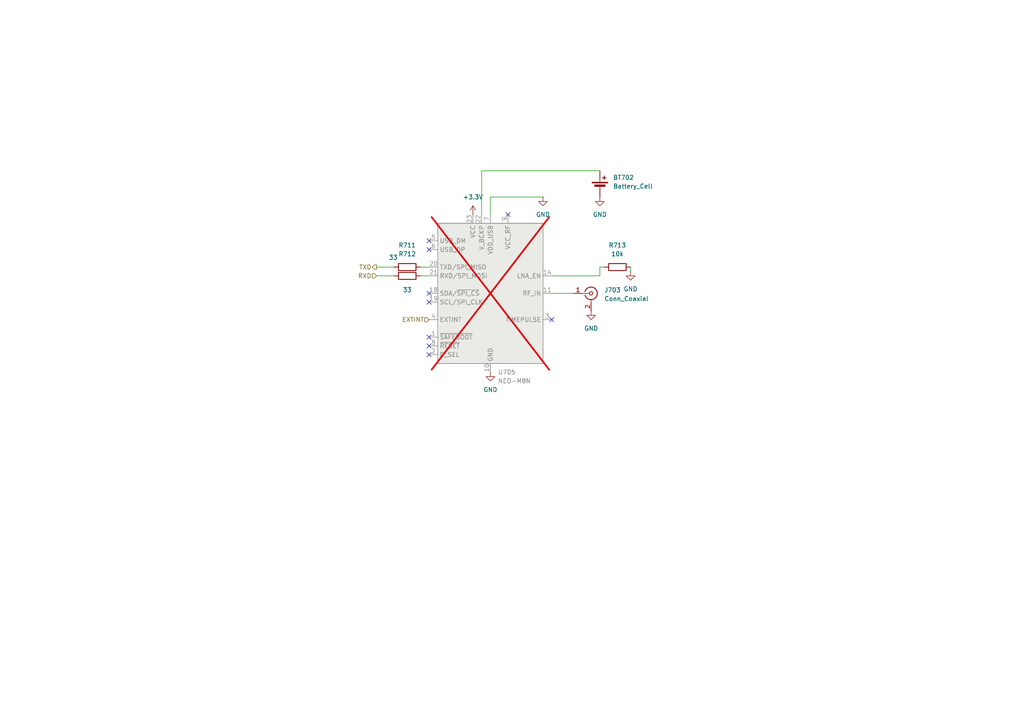
<source format=kicad_sch>
(kicad_sch (version 20250114) (generator "eeschema") (generator_version "9.0")
  (paper "A4")
  (lib_symbols
    (symbol "Connector:Conn_Coaxial" (pin_names (offset 1.016) (hide yes))
      (property "Reference" "J" (at 0.254 3.048 0))
      (property "Value" "Conn_Coaxial" (at 2.921 0 90))
      (symbol "Conn_Coaxial_0_1"
        (polyline (pts (xy -2.54 0) (xy -0.508 0)))
        (arc (start 1.778 0) (mid 0.222 -1.8079) (end -1.778 -0.508) (stroke (width 0.254)))
        (arc (start -1.778 0.508) (mid 0.2221 1.8084) (end 1.778 0) (stroke (width 0.254)))
        (circle (center 0 0) (radius 0.508) (stroke (width 0.2032)))
        (polyline (pts (xy 0 -2.54) (xy 0 -1.778)))
      )
      (symbol "Conn_Coaxial_1_1"
        (pin passive line (at -5.08 0 0) (length 2.54) (name "In") (number "1"))
        (pin passive line (at 0 -5.08 90) (length 2.54) (name "Ext") (number "2"))
      )
    )
    (symbol "Device:Battery_Cell" (pin_numbers (hide yes)) (pin_names (offset 0) (hide yes))
      (property "Reference" "BT" (at 2.54 2.54 0))
      (property "Value" "Battery_Cell" (at 2.54 0 0))
      (symbol "Battery_Cell_0_1"
        (rectangle (start -2.286 1.778) (end 2.286 1.524) (fill (type outline)))
        (rectangle (start -1.524 1.016) (end 1.524 0.508) (fill (type outline)))
        (polyline (pts (xy 0 1.778) (xy 0 2.54)))
        (polyline (pts (xy 0 0.762) (xy 0 0)))
        (polyline (pts (xy 0.762 3.048) (xy 1.778 3.048)) (stroke (width 0.254)))
        (polyline (pts (xy 1.27 3.556) (xy 1.27 2.54)) (stroke (width 0.254)))
      )
      (symbol "Battery_Cell_1_1"
        (pin passive line (at 0 5.08 270) (length 2.54) (name "+") (number "1"))
        (pin passive line (at 0 -2.54 90) (length 2.54) (name "-") (number "2"))
      )
    )
    (symbol "Device:R" (pin_numbers (hide yes)) (pin_names (offset 0))
      (property "Reference" "R" (at 2.032 0 90))
      (property "Value" "R" (at 0 0 90))
      (symbol "R_0_1"
        (rectangle (start -1.016 -2.54) (end 1.016 2.54) (stroke (width 0.254)))
      )
      (symbol "R_1_1"
        (pin passive line (at 0 3.81 270) (length 1.27) (name "~") (number "1"))
        (pin passive line (at 0 -3.81 90) (length 1.27) (name "~") (number "2"))
      )
    )
    (symbol "RF_GPS:NEO-M8N"
      (property "Reference" "U" (at -13.97 21.59 0))
      (property "Value" "NEO-M8N" (at 11.43 21.59 0))
      (symbol "NEO-M8N_0_1"
        (rectangle (start -15.24 20.32) (end 15.24 -20.32) (stroke (width 0.254)) (fill (type background)))
      )
      (symbol "NEO-M8N_1_1"
        (pin bidirectional line (at -17.78 15.24 0) (length 2.54) (name "USB_DM") (number "5"))
        (pin bidirectional line (at -17.78 12.7 0) (length 2.54) (name "USB_DP") (number "6"))
        (pin output line (at -17.78 7.62 0) (length 2.54) (name "TXD/SPI_MISO") (number "20"))
        (pin input line (at -17.78 5.08 0) (length 2.54) (name "RXD/SPI_MOSI") (number "21"))
        (pin bidirectional line (at -17.78 0 0) (length 2.54) (name "SDA/~{SPI_CS}") (number "18"))
        (pin input line (at -17.78 -2.54 0) (length 2.54) (name "SCL/SPI_CLK") (number "19"))
        (pin input line (at -17.78 -7.62 0) (length 2.54) (name "EXTINT") (number "4"))
        (pin input line (at -17.78 -12.7 0) (length 2.54) (name "~{SAFEBOOT}") (number "1"))
        (pin input line (at -17.78 -15.24 0) (length 2.54) (name "~{RESET}") (number "8"))
        (pin input line (at -17.78 -17.78 0) (length 2.54) (name "D_SEL") (number "2"))
        (pin power_in line (at -5.08 22.86 270) (length 2.54) (name "VCC") (number "23"))
        (pin power_in line (at -2.54 22.86 270) (length 2.54) (name "V_BCKP") (number "22"))
        (pin power_in line (at 0 22.86 270) (length 2.54) (name "VDD_USB") (number "7"))
        (pin power_in line (at 0 -22.86 90) (length 2.54) (name "GND") (number "10"))
        (pin passive line (at 0 -22.86 90) (length 2.54) (hide yes) (name "GND") (number "12"))
        (pin passive line (at 0 -22.86 90) (length 2.54) (hide yes) (name "GND") (number "13"))
        (pin passive line (at 0 -22.86 90) (length 2.54) (hide yes) (name "GND") (number "24"))
        (pin power_out line (at 5.08 22.86 270) (length 2.54) (name "VCC_RF") (number "9"))
        (pin no_connect line (at 15.24 -10.16 180) (length 2.54) (hide yes) (name "RESERVED") (number "15"))
        (pin no_connect line (at 15.24 -12.7 180) (length 2.54) (hide yes) (name "RESERVED") (number "16"))
        (pin no_connect line (at 15.24 -15.24 180) (length 2.54) (hide yes) (name "RESERVED") (number "17"))
        (pin output line (at 17.78 5.08 180) (length 2.54) (name "LNA_EN") (number "14"))
        (pin input line (at 17.78 0 180) (length 2.54) (name "RF_IN") (number "11"))
        (pin output line (at 17.78 -7.62 180) (length 2.54) (name "TIMEPULSE") (number "3"))
      )
    )
    (symbol "power:+3.3V" (power) (pin_numbers (hide yes)) (pin_names (offset 0) (hide yes))
      (property "Value" "+3.3V" (at 0 3.556 0))
      (symbol "+3.3V_0_1"
        (polyline (pts (xy -0.762 1.27) (xy 0 2.54)))
        (polyline (pts (xy 0 2.54) (xy 0.762 1.27)))
        (polyline (pts (xy 0 0) (xy 0 2.54)))
      )
      (symbol "+3.3V_1_1"
        (pin power_in line (at 0 0 90) (length 0) (name "~") (number "1"))
      )
    )
    (symbol "power:GND" (power) (pin_numbers (hide yes)) (pin_names (offset 0) (hide yes))
      (property "Value" "GND" (at 0 -3.81 0))
      (symbol "GND_0_1"
        (polyline (pts (xy 0 0) (xy 0 -1.27) (xy 1.27 -1.27) (xy 0 -2.54) (xy -1.27 -1.27) (xy 0 -1.27)))
      )
      (symbol "GND_1_1"
        (pin power_in line (at 0 0 270) (length 0) (name "~") (number "1"))
      )
    )
  )
  (no_connect (at 124.46 85.09))
  (no_connect (at 124.46 69.85))
  (no_connect (at 160.02 92.71))
  (no_connect (at 124.46 102.87))
  (no_connect (at 124.46 87.63))
  (no_connect (at 124.46 97.79))
  (no_connect (at 124.46 100.33))
  (no_connect (at 124.46 72.39))
  (no_connect (at 147.32 62.23))
  (wire (pts (xy 157.48 57.15) (xy 142.24 57.15)))
  (wire (pts (xy 182.88 77.47) (xy 182.88 78.74)))
  (wire (pts (xy 160.02 85.09) (xy 166.37 85.09)))
  (wire (pts (xy 142.24 57.15) (xy 142.24 62.23)))
  (wire (pts (xy 109.22 80.01) (xy 114.3 80.01)))
  (wire (pts (xy 139.7 62.23) (xy 139.7 49.53)))
  (wire (pts (xy 173.99 77.47) (xy 173.99 80.01)))
  (wire (pts (xy 173.99 77.47) (xy 175.26 77.47)))
  (wire (pts (xy 121.92 80.01) (xy 124.46 80.01)))
  (wire (pts (xy 173.99 80.01) (xy 160.02 80.01)))
  (wire (pts (xy 121.92 77.47) (xy 124.46 77.47)))
  (wire (pts (xy 109.22 77.47) (xy 114.3 77.47)))
  (wire (pts (xy 139.7 49.53) (xy 173.99 49.53)))
  (hierarchical_label "TXD" (shape output) (at 109.22 77.47 180))
  (hierarchical_label "RXD" (shape input) (at 109.22 80.01 180))
  (hierarchical_label "EXTINT" (shape input) (at 124.46 92.71 180))
  (symbol (lib_id "power:GND") (at 142.24 107.95 0) (unit 1)
    (property "Reference" "#PWR0747" (effects (hide yes)))
    (property "Value" "GND" (at 142.24 113.03 0))
    (property "Description" "Power symbol creates a global label with name \"GND\" , ground" (effects (hide yes)))
  )
  (symbol (lib_id "Connector:Conn_Coaxial") (at 171.45 85.09 0) (unit 1)
    (property "Reference" "J703" (at 175.26 84.1131 0) (effects (justify left)))
    (property "Value" "Conn_Coaxial" (at 175.26 86.6531 0) (effects (justify left)))
    (property "Footprint" "Connector_Coaxial:U.FL_Hirose_U.FL-R-SMT-1_Vertical" (effects (hide yes)))
    (property "Description" "coaxial connector (BNC, SMA, SMB, SMC, Cinch/RCA, LEMO, ...)" (effects (hide yes)))
    (property "Manufacturer" "Hirose Electric Co Ltd" (effects (hide yes)))
    (property "DigiKey" "26-U.FL-R-SMT-1(60)CT-ND" (effects (hide yes)))
    (property "PN" "U.FL-R-SMT-1(60)" (effects (hide yes)))
  )
  (symbol (lib_id "power:+3.3V") (at 137.16 62.23 0) (unit 1)
    (property "Reference" "#PWR0746" (effects (hide yes)))
    (property "Value" "+3.3V" (at 137.16 57.15 0))
    (property "Description" "Power symbol creates a global label with name \"+3.3V\"" (effects (hide yes)))
  )
  (symbol (lib_id "Device:R") (at 118.11 80.01 90) (unit 1)
    (property "Reference" "R712" (at 118.11 73.66 90))
    (property "Value" "33" (at 118.11 84.074 90))
    (property "Footprint" "Resistor_SMD:R_0402_1005Metric_Pad0.72x0.64mm_HandSolder" (effects (hide yes)))
    (property "Description" "Resistor" (effects (hide yes)))
  )
  (symbol (lib_id "power:GND") (at 173.99 57.15 0) (unit 1)
    (property "Reference" "#PWR0750" (effects (hide yes)))
    (property "Value" "GND" (at 173.99 62.23 0))
    (property "Description" "Power symbol creates a global label with name \"GND\" , ground" (effects (hide yes)))
  )
  (symbol (lib_id "Device:R") (at 118.11 77.47 90) (unit 1)
    (property "Reference" "R711" (at 118.11 71.12 90))
    (property "Value" "33" (at 114.046 74.676 90))
    (property "Footprint" "Resistor_SMD:R_0402_1005Metric_Pad0.72x0.64mm_HandSolder" (effects (hide yes)))
    (property "Description" "Resistor" (effects (hide yes)))
  )
  (symbol (lib_id "power:GND") (at 171.45 90.17 0) (unit 1)
    (property "Reference" "#PWR0749" (effects (hide yes)))
    (property "Value" "GND" (at 171.45 95.25 0))
    (property "Description" "Power symbol creates a global label with name \"GND\" , ground" (effects (hide yes)))
  )
  (symbol (lib_id "Device:Battery_Cell") (at 173.99 54.61 0) (unit 1)
    (property "Reference" "BT702" (at 177.8 51.4984 0) (effects (justify left)))
    (property "Value" "Battery_Cell" (at 177.8 54.0384 0) (effects (justify left)))
    (property "Footprint" "Battery:BatteryHolder_Keystone_3034_1x20mm" (effects (hide yes)))
    (property "Description" "Single-cell battery" (effects (hide yes)))
    (property "DigiKey" "36-3034-ND" (effects (hide yes)))
    (property "Manufacturer" "Keystone Electronics" (effects (hide yes)))
    (property "PN" "3034" (effects (hide yes)))
  )
  (symbol (lib_id "RF_GPS:NEO-M8N") (at 142.24 85.09 0) (unit 1) (in_bom no) (dnp yes)
    (property "Reference" "U705" (at 144.3833 107.95 0) (effects (justify left)))
    (property "Value" "NEO-M8N" (at 144.3833 110.49 0) (effects (justify left)))
    (property "Footprint" "RF_GPS:ublox_NEO" (effects (hide yes)))
    (property "Datasheet" "https://content.u-blox.com/sites/default/files/NEO-M8-FW3_DataSheet_UBX-15031086.pdf" (effects (hide yes)))
    (property "Description" "GNSS Module NEO M8, VCC 2.7V to 3.6V" (effects (hide yes)))
    (property "DigiKey" "672-NEO-M8N-0CT-ND" (effects (hide yes)))
    (property "Manufacturer" "u-blox" (effects (hide yes)))
    (property "PN" "NEO-M8N-0" (effects (hide yes)))
  )
  (symbol (lib_id "power:GND") (at 157.48 57.15 0) (unit 1)
    (property "Reference" "#PWR0748" (effects (hide yes)))
    (property "Value" "GND" (at 157.48 62.23 0))
    (property "Description" "Power symbol creates a global label with name \"GND\" , ground" (effects (hide yes)))
  )
  (symbol (lib_id "Device:R") (at 179.07 77.47 90) (unit 1)
    (property "Reference" "R713" (at 179.07 71.12 90))
    (property "Value" "10k" (at 179.07 73.66 90))
    (property "Footprint" "Resistor_SMD:R_0402_1005Metric_Pad0.72x0.64mm_HandSolder" (effects (hide yes)))
    (property "Description" "Resistor" (effects (hide yes)))
  )
  (symbol (lib_id "power:GND") (at 182.88 78.74 0) (unit 1)
    (property "Reference" "#PWR0751" (effects (hide yes)))
    (property "Value" "GND" (at 182.88 83.82 0))
    (property "Description" "Power symbol creates a global label with name \"GND\" , ground" (effects (hide yes)))
  )
)
</source>
